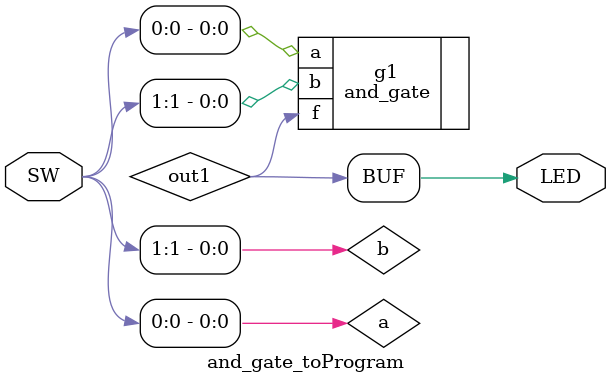
<source format=sv>
`timescale 1ns / 1ps


module and_gate_toProgram(
    input logic [1:0]SW,
    output logic [0:0]LED
);

logic a,b,out1;

assign a = SW[0];
assign b = SW[1];

assign out1 = LED[0];

and_gate g1(.a(a),.b(b),.f(out1));

endmodule

</source>
